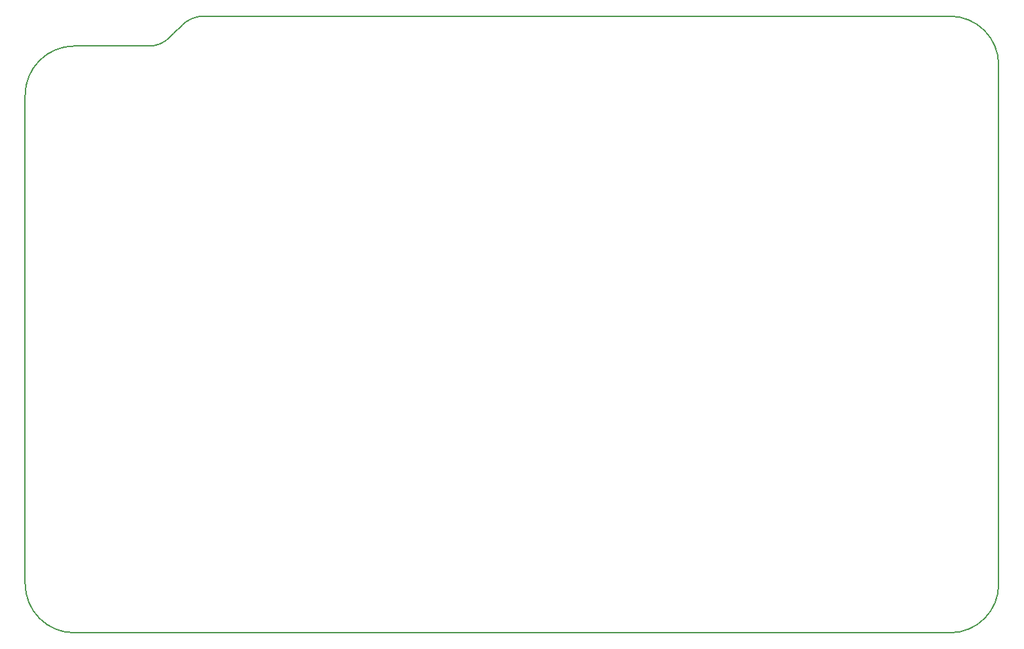
<source format=gm1>
G04 #@! TF.GenerationSoftware,KiCad,Pcbnew,7.0.7+dfsg-1*
G04 #@! TF.CreationDate,2024-09-28T12:15:45+02:00*
G04 #@! TF.ProjectId,motion-board-evoII,6d6f7469-6f6e-42d6-926f-6172642d6576,rev?*
G04 #@! TF.SameCoordinates,Original*
G04 #@! TF.FileFunction,Profile,NP*
%FSLAX46Y46*%
G04 Gerber Fmt 4.6, Leading zero omitted, Abs format (unit mm)*
G04 Created by KiCad (PCBNEW 7.0.7+dfsg-1) date 2024-09-28 12:15:45*
%MOMM*%
%LPD*%
G01*
G04 APERTURE LIST*
G04 #@! TA.AperFunction,Profile*
%ADD10C,0.200000*%
G04 #@! TD*
G04 APERTURE END LIST*
D10*
X169659800Y-27152967D02*
G75*
G03*
X163356800Y-20850000I-6302900J67D01*
G01*
X66901578Y-20850000D02*
X156840000Y-20850000D01*
X156840000Y-20850000D02*
X163356800Y-20850000D01*
X43768000Y-94298000D02*
G75*
G03*
X50118000Y-100648000I6350000J0D01*
G01*
X62449935Y-23607935D02*
X62968662Y-23089208D01*
X50118000Y-24718000D02*
X59770000Y-24718000D01*
X169659767Y-27152967D02*
X169659767Y-93675200D01*
X62968662Y-23089208D02*
X64010240Y-22047630D01*
X163381099Y-100648067D02*
G75*
G03*
X169659767Y-94369332I-99J6278767D01*
G01*
X169659767Y-94369332D02*
X169659767Y-93675200D01*
X66901578Y-20849993D02*
G75*
G03*
X64010240Y-22047630I22J-4089007D01*
G01*
X50118000Y-24718000D02*
G75*
G03*
X43768000Y-31068000I0J-6350000D01*
G01*
X59770000Y-24718000D02*
G75*
G03*
X62449935Y-23607935I0J3790000D01*
G01*
X50118000Y-100648000D02*
X163381099Y-100648000D01*
X43768000Y-94298000D02*
X43768000Y-31068000D01*
M02*

</source>
